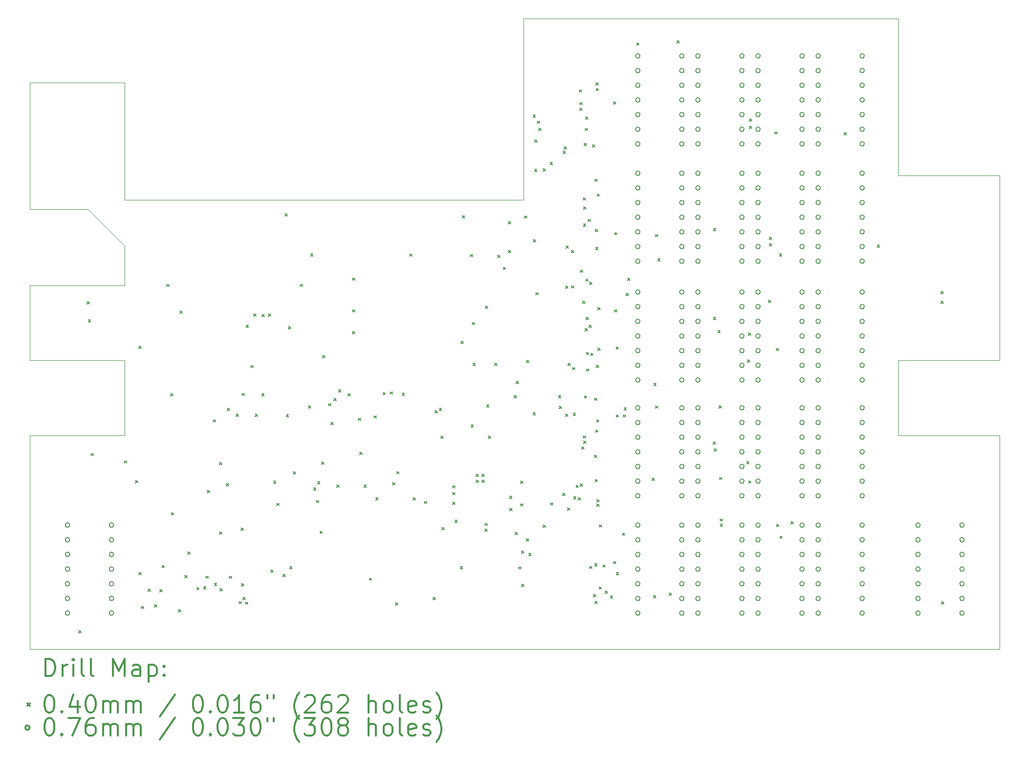
<source format=gbr>
%FSLAX45Y45*%
G04 Gerber Fmt 4.5, Leading zero omitted, Abs format (unit mm)*
G04 Created by KiCad (PCBNEW 4.0.7) date 12/30/17 23:27:05*
%MOMM*%
%LPD*%
G01*
G04 APERTURE LIST*
%ADD10C,0.127000*%
%ADD11C,0.100000*%
%ADD12C,0.200000*%
%ADD13C,0.300000*%
G04 APERTURE END LIST*
D10*
D11*
X23145750Y-6654750D02*
X21396375Y-6654750D01*
X23145750Y-6654750D02*
X23145750Y-9855250D01*
X23145750Y-9855250D02*
X21396375Y-9855250D01*
X21396375Y-9855250D02*
X21396375Y-11163250D01*
X21396375Y-11163250D02*
X23145750Y-11163250D01*
X23145750Y-14859000D02*
X23145750Y-11163250D01*
X23145750Y-14859000D02*
X6350000Y-14859000D01*
X6350000Y-14859000D02*
X6350000Y-11163250D01*
X7993875Y-11163250D02*
X6350000Y-11163250D01*
X7993875Y-11163250D02*
X7993875Y-9855250D01*
X7993875Y-9855250D02*
X6350000Y-9855250D01*
X6350000Y-8561790D02*
X6350000Y-9855250D01*
X7993875Y-8561790D02*
X6350000Y-8561790D01*
X7993875Y-8561790D02*
X7993875Y-7874000D01*
X7358875Y-7239000D02*
X7993875Y-7874000D01*
X7358875Y-7239000D02*
X6350000Y-7239000D01*
X6350000Y-7239000D02*
X6350000Y-5048250D01*
X7993875Y-5048250D02*
X6350000Y-5048250D01*
X7993875Y-7078700D02*
X7993875Y-5048250D01*
X14897875Y-7078700D02*
X7993875Y-7078700D01*
X14897875Y-3937000D02*
X14897875Y-7078700D01*
X21396375Y-3937000D02*
X14897875Y-3937000D01*
X21396375Y-3937000D02*
X21396375Y-6654750D01*
D12*
X7195308Y-14539745D02*
X7235308Y-14579745D01*
X7235308Y-14539745D02*
X7195308Y-14579745D01*
X7340000Y-8840000D02*
X7380000Y-8880000D01*
X7380000Y-8840000D02*
X7340000Y-8880000D01*
X7360000Y-9155000D02*
X7400000Y-9195000D01*
X7400000Y-9155000D02*
X7360000Y-9195000D01*
X7410000Y-11470000D02*
X7450000Y-11510000D01*
X7450000Y-11470000D02*
X7410000Y-11510000D01*
X7984806Y-11597061D02*
X8024806Y-11637061D01*
X8024806Y-11597061D02*
X7984806Y-11637061D01*
X8180000Y-11940000D02*
X8220000Y-11980000D01*
X8220000Y-11940000D02*
X8180000Y-11980000D01*
X8235000Y-9610000D02*
X8275000Y-9650000D01*
X8275000Y-9610000D02*
X8235000Y-9650000D01*
X8236686Y-13532337D02*
X8276686Y-13572337D01*
X8276686Y-13532337D02*
X8236686Y-13572337D01*
X8282023Y-14121396D02*
X8322023Y-14161396D01*
X8322023Y-14121396D02*
X8282023Y-14161396D01*
X8400000Y-13820000D02*
X8440000Y-13860000D01*
X8440000Y-13820000D02*
X8400000Y-13860000D01*
X8510000Y-14090000D02*
X8550000Y-14130000D01*
X8550000Y-14090000D02*
X8510000Y-14130000D01*
X8600000Y-13830000D02*
X8640000Y-13870000D01*
X8640000Y-13830000D02*
X8600000Y-13870000D01*
X8640000Y-13410000D02*
X8680000Y-13450000D01*
X8680000Y-13410000D02*
X8640000Y-13450000D01*
X8720753Y-8541473D02*
X8760753Y-8581473D01*
X8760753Y-8541473D02*
X8720753Y-8581473D01*
X8789107Y-10436082D02*
X8829107Y-10476082D01*
X8829107Y-10436082D02*
X8789107Y-10476082D01*
X8800000Y-12495000D02*
X8840000Y-12535000D01*
X8840000Y-12495000D02*
X8800000Y-12535000D01*
X8920000Y-14174329D02*
X8960000Y-14214329D01*
X8960000Y-14174329D02*
X8920000Y-14214329D01*
X8950000Y-9005000D02*
X8990000Y-9045000D01*
X8990000Y-9005000D02*
X8950000Y-9045000D01*
X9035182Y-13585082D02*
X9075182Y-13625082D01*
X9075182Y-13585082D02*
X9035182Y-13625082D01*
X9085000Y-13175000D02*
X9125000Y-13215000D01*
X9125000Y-13175000D02*
X9085000Y-13215000D01*
X9240000Y-13790000D02*
X9280000Y-13830000D01*
X9280000Y-13790000D02*
X9240000Y-13830000D01*
X9360000Y-13775000D02*
X9400000Y-13815000D01*
X9400000Y-13775000D02*
X9360000Y-13815000D01*
X9400000Y-13595000D02*
X9440000Y-13635000D01*
X9440000Y-13595000D02*
X9400000Y-13635000D01*
X9422771Y-12106908D02*
X9462771Y-12146908D01*
X9462771Y-12106908D02*
X9422771Y-12146908D01*
X9522954Y-10886741D02*
X9562954Y-10926741D01*
X9562954Y-10886741D02*
X9522954Y-10926741D01*
X9546249Y-13715275D02*
X9586249Y-13755275D01*
X9586249Y-13715275D02*
X9546249Y-13755275D01*
X9633604Y-12831436D02*
X9673604Y-12871436D01*
X9673604Y-12831436D02*
X9633604Y-12871436D01*
X9635646Y-11626273D02*
X9675646Y-11666273D01*
X9675646Y-11626273D02*
X9635646Y-11666273D01*
X9645084Y-13808619D02*
X9685084Y-13848619D01*
X9685084Y-13808619D02*
X9645084Y-13848619D01*
X9755000Y-11990000D02*
X9795000Y-12030000D01*
X9795000Y-11990000D02*
X9755000Y-12030000D01*
X9770000Y-10690000D02*
X9810000Y-10730000D01*
X9810000Y-10690000D02*
X9770000Y-10730000D01*
X9805000Y-13595000D02*
X9845000Y-13635000D01*
X9845000Y-13595000D02*
X9805000Y-13635000D01*
X9920000Y-10790000D02*
X9960000Y-10830000D01*
X9960000Y-10790000D02*
X9920000Y-10830000D01*
X9970000Y-14035000D02*
X10010000Y-14075000D01*
X10010000Y-14035000D02*
X9970000Y-14075000D01*
X10005281Y-12764113D02*
X10045281Y-12804113D01*
X10045281Y-12764113D02*
X10005281Y-12804113D01*
X10013552Y-13727151D02*
X10053552Y-13767151D01*
X10053552Y-13727151D02*
X10013552Y-13767151D01*
X10025000Y-10430000D02*
X10065000Y-10470000D01*
X10065000Y-10430000D02*
X10025000Y-10470000D01*
X10040000Y-13965000D02*
X10080000Y-14005000D01*
X10080000Y-13965000D02*
X10040000Y-14005000D01*
X10081579Y-14044046D02*
X10121579Y-14084046D01*
X10121579Y-14044046D02*
X10081579Y-14084046D01*
X10095000Y-9250000D02*
X10135000Y-9290000D01*
X10135000Y-9250000D02*
X10095000Y-9290000D01*
X10173236Y-9945421D02*
X10213236Y-9985421D01*
X10213236Y-9945421D02*
X10173236Y-9985421D01*
X10228997Y-9055067D02*
X10268997Y-9095067D01*
X10268997Y-9055067D02*
X10228997Y-9095067D01*
X10255000Y-10786843D02*
X10295000Y-10826843D01*
X10295000Y-10786843D02*
X10255000Y-10826843D01*
X10366365Y-10432751D02*
X10406365Y-10472751D01*
X10406365Y-10432751D02*
X10366365Y-10472751D01*
X10370000Y-9060000D02*
X10410000Y-9100000D01*
X10410000Y-9060000D02*
X10370000Y-9100000D01*
X10479208Y-9050029D02*
X10519208Y-9090029D01*
X10519208Y-9050029D02*
X10479208Y-9090029D01*
X10523216Y-13491715D02*
X10563216Y-13531715D01*
X10563216Y-13491715D02*
X10523216Y-13531715D01*
X10570000Y-11950000D02*
X10610000Y-11990000D01*
X10610000Y-11950000D02*
X10570000Y-11990000D01*
X10625000Y-12335000D02*
X10665000Y-12375000D01*
X10665000Y-12335000D02*
X10625000Y-12375000D01*
X10736318Y-13568566D02*
X10776318Y-13608566D01*
X10776318Y-13568566D02*
X10736318Y-13608566D01*
X10770000Y-7320000D02*
X10810000Y-7360000D01*
X10810000Y-7320000D02*
X10770000Y-7360000D01*
X10790000Y-10798674D02*
X10830000Y-10838674D01*
X10830000Y-10798674D02*
X10790000Y-10838674D01*
X10830175Y-9275051D02*
X10870175Y-9315051D01*
X10870175Y-9275051D02*
X10830175Y-9315051D01*
X10850000Y-13430000D02*
X10890000Y-13470000D01*
X10890000Y-13430000D02*
X10850000Y-13470000D01*
X10915000Y-11785000D02*
X10955000Y-11825000D01*
X10955000Y-11785000D02*
X10915000Y-11825000D01*
X11030000Y-8540000D02*
X11070000Y-8580000D01*
X11070000Y-8540000D02*
X11030000Y-8580000D01*
X11174544Y-10646704D02*
X11214544Y-10686704D01*
X11214544Y-10646704D02*
X11174544Y-10686704D01*
X11212232Y-8014321D02*
X11252232Y-8054321D01*
X11252232Y-8014321D02*
X11212232Y-8054321D01*
X11265000Y-12070000D02*
X11305000Y-12110000D01*
X11305000Y-12070000D02*
X11265000Y-12110000D01*
X11311213Y-12283226D02*
X11351213Y-12323226D01*
X11351213Y-12283226D02*
X11311213Y-12323226D01*
X11331772Y-11954961D02*
X11371772Y-11994961D01*
X11371772Y-11954961D02*
X11331772Y-11994961D01*
X11373250Y-12817598D02*
X11413250Y-12857598D01*
X11413250Y-12817598D02*
X11373250Y-12857598D01*
X11400789Y-11621212D02*
X11440789Y-11661212D01*
X11440789Y-11621212D02*
X11400789Y-11661212D01*
X11420000Y-9770000D02*
X11460000Y-9810000D01*
X11460000Y-9770000D02*
X11420000Y-9810000D01*
X11524522Y-10607252D02*
X11564522Y-10647252D01*
X11564522Y-10607252D02*
X11524522Y-10647252D01*
X11567068Y-10933362D02*
X11607068Y-10973362D01*
X11607068Y-10933362D02*
X11567068Y-10973362D01*
X11617860Y-10515431D02*
X11657860Y-10555431D01*
X11657860Y-10515431D02*
X11617860Y-10555431D01*
X11667469Y-12013329D02*
X11707469Y-12053329D01*
X11707469Y-12013329D02*
X11667469Y-12053329D01*
X11695000Y-10365000D02*
X11735000Y-10405000D01*
X11735000Y-10365000D02*
X11695000Y-10405000D01*
X11863571Y-10432210D02*
X11903571Y-10472210D01*
X11903571Y-10432210D02*
X11863571Y-10472210D01*
X11940000Y-8430000D02*
X11980000Y-8470000D01*
X11980000Y-8430000D02*
X11940000Y-8470000D01*
X11940000Y-8980000D02*
X11980000Y-9020000D01*
X11980000Y-8980000D02*
X11940000Y-9020000D01*
X11940000Y-9360000D02*
X11980000Y-9400000D01*
X11980000Y-9360000D02*
X11940000Y-9400000D01*
X12040901Y-10859788D02*
X12080901Y-10899788D01*
X12080901Y-10859788D02*
X12040901Y-10899788D01*
X12063895Y-11447939D02*
X12103895Y-11487939D01*
X12103895Y-11447939D02*
X12063895Y-11487939D01*
X12136671Y-12013329D02*
X12176671Y-12053329D01*
X12176671Y-12013329D02*
X12136671Y-12053329D01*
X12230000Y-13630000D02*
X12270000Y-13670000D01*
X12270000Y-13630000D02*
X12230000Y-13670000D01*
X12310000Y-10817417D02*
X12350000Y-10857417D01*
X12350000Y-10817417D02*
X12310000Y-10857417D01*
X12338232Y-12234216D02*
X12378232Y-12274216D01*
X12378232Y-12234216D02*
X12338232Y-12274216D01*
X12466671Y-10411215D02*
X12506671Y-10451215D01*
X12506671Y-10411215D02*
X12466671Y-10451215D01*
X12590361Y-10403128D02*
X12630361Y-10443128D01*
X12630361Y-10403128D02*
X12590361Y-10443128D01*
X12634265Y-11971671D02*
X12674265Y-12011671D01*
X12674265Y-11971671D02*
X12634265Y-12011671D01*
X12684204Y-14056905D02*
X12724204Y-14096905D01*
X12724204Y-14056905D02*
X12684204Y-14096905D01*
X12703121Y-11784521D02*
X12743121Y-11824521D01*
X12743121Y-11784521D02*
X12703121Y-11824521D01*
X12796992Y-10425043D02*
X12836992Y-10465043D01*
X12836992Y-10425043D02*
X12796992Y-10465043D01*
X12930000Y-8015000D02*
X12970000Y-8055000D01*
X12970000Y-8015000D02*
X12930000Y-8055000D01*
X12987530Y-12237470D02*
X13027530Y-12277470D01*
X13027530Y-12237470D02*
X12987530Y-12277470D01*
X13180000Y-12300000D02*
X13220000Y-12340000D01*
X13220000Y-12300000D02*
X13180000Y-12340000D01*
X13335000Y-13965000D02*
X13375000Y-14005000D01*
X13375000Y-13965000D02*
X13335000Y-14005000D01*
X13365000Y-10729644D02*
X13405000Y-10769644D01*
X13405000Y-10729644D02*
X13365000Y-10769644D01*
X13440000Y-10685000D02*
X13480000Y-10725000D01*
X13480000Y-10685000D02*
X13440000Y-10725000D01*
X13469301Y-11169182D02*
X13509301Y-11209182D01*
X13509301Y-11169182D02*
X13469301Y-11209182D01*
X13485000Y-12755000D02*
X13525000Y-12795000D01*
X13525000Y-12755000D02*
X13485000Y-12795000D01*
X13673587Y-12029744D02*
X13713587Y-12069744D01*
X13713587Y-12029744D02*
X13673587Y-12069744D01*
X13673587Y-12148408D02*
X13713587Y-12188408D01*
X13713587Y-12148408D02*
X13673587Y-12188408D01*
X13673587Y-12310000D02*
X13713587Y-12350000D01*
X13713587Y-12310000D02*
X13673587Y-12350000D01*
X13710789Y-12625000D02*
X13750789Y-12665000D01*
X13750789Y-12625000D02*
X13710789Y-12665000D01*
X13805000Y-13430000D02*
X13845000Y-13470000D01*
X13845000Y-13430000D02*
X13805000Y-13470000D01*
X13815050Y-9527943D02*
X13855050Y-9567943D01*
X13855050Y-9527943D02*
X13815050Y-9567943D01*
X13840000Y-7350000D02*
X13880000Y-7390000D01*
X13880000Y-7350000D02*
X13840000Y-7390000D01*
X13975000Y-8025000D02*
X14015000Y-8065000D01*
X14015000Y-8025000D02*
X13975000Y-8065000D01*
X13990000Y-10975000D02*
X14030000Y-11015000D01*
X14030000Y-10975000D02*
X13990000Y-11015000D01*
X14012899Y-9200582D02*
X14052899Y-9240582D01*
X14052899Y-9200582D02*
X14012899Y-9240582D01*
X14025000Y-9910000D02*
X14065000Y-9950000D01*
X14065000Y-9910000D02*
X14025000Y-9950000D01*
X14080000Y-11830000D02*
X14120000Y-11870000D01*
X14120000Y-11830000D02*
X14080000Y-11870000D01*
X14080000Y-11930000D02*
X14120000Y-11970000D01*
X14120000Y-11930000D02*
X14080000Y-11970000D01*
X14180000Y-11830000D02*
X14220000Y-11870000D01*
X14220000Y-11830000D02*
X14180000Y-11870000D01*
X14180000Y-11930000D02*
X14220000Y-11970000D01*
X14220000Y-11930000D02*
X14180000Y-11970000D01*
X14230000Y-12680000D02*
X14270000Y-12720000D01*
X14270000Y-12680000D02*
X14230000Y-12720000D01*
X14230000Y-12780000D02*
X14270000Y-12820000D01*
X14270000Y-12780000D02*
X14230000Y-12820000D01*
X14240000Y-8920000D02*
X14280000Y-8960000D01*
X14280000Y-8920000D02*
X14240000Y-8960000D01*
X14260537Y-10627132D02*
X14300537Y-10667132D01*
X14300537Y-10627132D02*
X14260537Y-10667132D01*
X14290000Y-11170000D02*
X14330000Y-11210000D01*
X14330000Y-11170000D02*
X14290000Y-11210000D01*
X14400000Y-9910000D02*
X14440000Y-9950000D01*
X14440000Y-9910000D02*
X14400000Y-9950000D01*
X14450000Y-8040000D02*
X14490000Y-8080000D01*
X14490000Y-8040000D02*
X14450000Y-8080000D01*
X14550000Y-8245000D02*
X14590000Y-8285000D01*
X14590000Y-8245000D02*
X14550000Y-8285000D01*
X14640000Y-7455000D02*
X14680000Y-7495000D01*
X14680000Y-7455000D02*
X14640000Y-7495000D01*
X14640000Y-7950000D02*
X14680000Y-7990000D01*
X14680000Y-7950000D02*
X14640000Y-7990000D01*
X14660035Y-12211596D02*
X14700035Y-12251596D01*
X14700035Y-12211596D02*
X14660035Y-12251596D01*
X14665000Y-12425000D02*
X14705000Y-12465000D01*
X14705000Y-12425000D02*
X14665000Y-12465000D01*
X14740000Y-10470000D02*
X14780000Y-10510000D01*
X14780000Y-10470000D02*
X14740000Y-10510000D01*
X14755000Y-12840000D02*
X14795000Y-12880000D01*
X14795000Y-12840000D02*
X14755000Y-12880000D01*
X14773901Y-10221944D02*
X14813901Y-10261944D01*
X14813901Y-10221944D02*
X14773901Y-10261944D01*
X14815000Y-13435000D02*
X14855000Y-13475000D01*
X14855000Y-13435000D02*
X14815000Y-13475000D01*
X14850388Y-11946385D02*
X14890388Y-11986385D01*
X14890388Y-11946385D02*
X14850388Y-11986385D01*
X14851734Y-12342771D02*
X14891734Y-12382771D01*
X14891734Y-12342771D02*
X14851734Y-12382771D01*
X14865000Y-13160000D02*
X14905000Y-13200000D01*
X14905000Y-13160000D02*
X14865000Y-13200000D01*
X14865000Y-13735000D02*
X14905000Y-13775000D01*
X14905000Y-13735000D02*
X14865000Y-13775000D01*
X14915000Y-7355000D02*
X14955000Y-7395000D01*
X14955000Y-7355000D02*
X14915000Y-7395000D01*
X14950000Y-9860000D02*
X14990000Y-9900000D01*
X14990000Y-9860000D02*
X14950000Y-9900000D01*
X14952339Y-12949237D02*
X14992339Y-12989237D01*
X14992339Y-12949237D02*
X14952339Y-12989237D01*
X14990000Y-13200000D02*
X15030000Y-13240000D01*
X15030000Y-13200000D02*
X14990000Y-13240000D01*
X15065000Y-5605000D02*
X15105000Y-5645000D01*
X15105000Y-5605000D02*
X15065000Y-5645000D01*
X15065000Y-10765000D02*
X15105000Y-10805000D01*
X15105000Y-10765000D02*
X15065000Y-10805000D01*
X15070000Y-7765000D02*
X15110000Y-7805000D01*
X15110000Y-7765000D02*
X15070000Y-7805000D01*
X15090000Y-6545000D02*
X15130000Y-6585000D01*
X15130000Y-6545000D02*
X15090000Y-6585000D01*
X15093860Y-6036823D02*
X15133860Y-6076823D01*
X15133860Y-6036823D02*
X15093860Y-6076823D01*
X15110000Y-8685000D02*
X15150000Y-8725000D01*
X15150000Y-8685000D02*
X15110000Y-8725000D01*
X15140330Y-5712817D02*
X15180330Y-5752817D01*
X15180330Y-5712817D02*
X15140330Y-5752817D01*
X15165000Y-5835000D02*
X15205000Y-5875000D01*
X15205000Y-5835000D02*
X15165000Y-5875000D01*
X15238272Y-6535429D02*
X15278272Y-6575429D01*
X15278272Y-6535429D02*
X15238272Y-6575429D01*
X15240000Y-12710000D02*
X15280000Y-12750000D01*
X15280000Y-12710000D02*
X15240000Y-12750000D01*
X15360922Y-6425967D02*
X15400922Y-6465967D01*
X15400922Y-6425967D02*
X15360922Y-6465967D01*
X15365000Y-12325000D02*
X15405000Y-12365000D01*
X15405000Y-12325000D02*
X15365000Y-12365000D01*
X15505000Y-10470000D02*
X15545000Y-10510000D01*
X15545000Y-10470000D02*
X15505000Y-10510000D01*
X15515425Y-10653164D02*
X15555425Y-10693164D01*
X15555425Y-10653164D02*
X15515425Y-10693164D01*
X15580000Y-12160000D02*
X15620000Y-12200000D01*
X15620000Y-12160000D02*
X15580000Y-12200000D01*
X15588097Y-6233851D02*
X15628097Y-6273851D01*
X15628097Y-6233851D02*
X15588097Y-6273851D01*
X15604511Y-6154582D02*
X15644511Y-6194582D01*
X15644511Y-6154582D02*
X15604511Y-6194582D01*
X15625555Y-8568292D02*
X15665555Y-8608292D01*
X15665555Y-8568292D02*
X15625555Y-8608292D01*
X15629057Y-10785735D02*
X15669057Y-10825735D01*
X15669057Y-10785735D02*
X15629057Y-10825735D01*
X15636647Y-7876647D02*
X15676647Y-7916647D01*
X15676647Y-7876647D02*
X15636647Y-7916647D01*
X15661037Y-12412392D02*
X15701037Y-12452392D01*
X15701037Y-12412392D02*
X15661037Y-12452392D01*
X15670000Y-9910000D02*
X15710000Y-9950000D01*
X15710000Y-9910000D02*
X15670000Y-9950000D01*
X15729849Y-8566582D02*
X15769849Y-8606582D01*
X15769849Y-8566582D02*
X15729849Y-8606582D01*
X15730000Y-7950000D02*
X15770000Y-7990000D01*
X15770000Y-7950000D02*
X15730000Y-7990000D01*
X15750000Y-9980000D02*
X15790000Y-10020000D01*
X15790000Y-9980000D02*
X15750000Y-10020000D01*
X15760000Y-10770000D02*
X15800000Y-10810000D01*
X15800000Y-10770000D02*
X15760000Y-10810000D01*
X15767488Y-12219211D02*
X15807488Y-12259211D01*
X15807488Y-12219211D02*
X15767488Y-12259211D01*
X15810241Y-12019667D02*
X15850241Y-12059667D01*
X15850241Y-12019667D02*
X15810241Y-12059667D01*
X15848634Y-12237371D02*
X15888634Y-12277371D01*
X15888634Y-12237371D02*
X15848634Y-12277371D01*
X15868361Y-5171837D02*
X15908361Y-5211837D01*
X15908361Y-5171837D02*
X15868361Y-5211837D01*
X15871757Y-5390874D02*
X15911757Y-5430874D01*
X15911757Y-5390874D02*
X15871757Y-5430874D01*
X15873435Y-5491070D02*
X15913435Y-5531070D01*
X15913435Y-5491070D02*
X15873435Y-5531070D01*
X15885000Y-8295000D02*
X15925000Y-8335000D01*
X15925000Y-8295000D02*
X15885000Y-8335000D01*
X15885356Y-11999477D02*
X15925356Y-12039477D01*
X15925356Y-11999477D02*
X15885356Y-12039477D01*
X15910878Y-11356991D02*
X15950878Y-11396991D01*
X15950878Y-11356991D02*
X15910878Y-11396991D01*
X15925000Y-8835000D02*
X15965000Y-8875000D01*
X15965000Y-8835000D02*
X15925000Y-8875000D01*
X15931647Y-7042811D02*
X15971647Y-7082811D01*
X15971647Y-7042811D02*
X15931647Y-7082811D01*
X15935000Y-11165000D02*
X15975000Y-11205000D01*
X15975000Y-11165000D02*
X15935000Y-11205000D01*
X15938563Y-7497032D02*
X15978563Y-7537032D01*
X15978563Y-7497032D02*
X15938563Y-7537032D01*
X15940000Y-7200000D02*
X15980000Y-7240000D01*
X15980000Y-7200000D02*
X15940000Y-7240000D01*
X15942648Y-11256385D02*
X15982648Y-11296385D01*
X15982648Y-11256385D02*
X15942648Y-11296385D01*
X15950000Y-6100000D02*
X15990000Y-6140000D01*
X15990000Y-6100000D02*
X15950000Y-6140000D01*
X15955000Y-10471831D02*
X15995000Y-10511831D01*
X15995000Y-10471831D02*
X15955000Y-10511831D01*
X15970000Y-5840000D02*
X16010000Y-5880000D01*
X16010000Y-5840000D02*
X15970000Y-5880000D01*
X15970000Y-9310000D02*
X16010000Y-9350000D01*
X16010000Y-9310000D02*
X15970000Y-9350000D01*
X15976668Y-5643304D02*
X16016668Y-5683304D01*
X16016668Y-5643304D02*
X15976668Y-5683304D01*
X15979280Y-8446565D02*
X16019280Y-8486565D01*
X16019280Y-8446565D02*
X15979280Y-8486565D01*
X15985000Y-9110000D02*
X16025000Y-9150000D01*
X16025000Y-9110000D02*
X15985000Y-9150000D01*
X15987773Y-9717734D02*
X16027773Y-9757734D01*
X16027773Y-9717734D02*
X15987773Y-9757734D01*
X15995000Y-10005000D02*
X16035000Y-10045000D01*
X16035000Y-10005000D02*
X15995000Y-10045000D01*
X16015000Y-7415000D02*
X16055000Y-7455000D01*
X16055000Y-7415000D02*
X16015000Y-7455000D01*
X16035000Y-9245000D02*
X16075000Y-9285000D01*
X16075000Y-9245000D02*
X16035000Y-9285000D01*
X16041707Y-8503794D02*
X16081707Y-8543794D01*
X16081707Y-8503794D02*
X16041707Y-8543794D01*
X16044906Y-13425497D02*
X16084906Y-13465497D01*
X16084906Y-13425497D02*
X16044906Y-13465497D01*
X16063827Y-9734035D02*
X16103827Y-9774035D01*
X16103827Y-9734035D02*
X16063827Y-9774035D01*
X16095000Y-6125000D02*
X16135000Y-6165000D01*
X16135000Y-6125000D02*
X16095000Y-6165000D01*
X16113581Y-13914737D02*
X16153581Y-13954737D01*
X16153581Y-13914737D02*
X16113581Y-13954737D01*
X16126000Y-10512472D02*
X16166000Y-10552472D01*
X16166000Y-10512472D02*
X16126000Y-10552472D01*
X16130000Y-11500000D02*
X16170000Y-11540000D01*
X16170000Y-11500000D02*
X16130000Y-11540000D01*
X16132969Y-13377895D02*
X16172969Y-13417895D01*
X16172969Y-13377895D02*
X16132969Y-13417895D01*
X16134708Y-6720960D02*
X16174708Y-6760960D01*
X16174708Y-6720960D02*
X16134708Y-6760960D01*
X16138402Y-14033158D02*
X16178402Y-14073158D01*
X16178402Y-14033158D02*
X16138402Y-14073158D01*
X16140000Y-11920000D02*
X16180000Y-11960000D01*
X16180000Y-11920000D02*
X16140000Y-11960000D01*
X16145000Y-7590000D02*
X16185000Y-7630000D01*
X16185000Y-7590000D02*
X16145000Y-7630000D01*
X16150000Y-7900000D02*
X16190000Y-7940000D01*
X16190000Y-7900000D02*
X16150000Y-7940000D01*
X16150000Y-11065000D02*
X16190000Y-11105000D01*
X16190000Y-11065000D02*
X16150000Y-11105000D01*
X16151364Y-5049257D02*
X16191364Y-5089257D01*
X16191364Y-5049257D02*
X16151364Y-5089257D01*
X16158685Y-5145000D02*
X16198685Y-5185000D01*
X16198685Y-5145000D02*
X16158685Y-5185000D01*
X16160000Y-9945000D02*
X16200000Y-9985000D01*
X16200000Y-9945000D02*
X16160000Y-9985000D01*
X16165000Y-10885000D02*
X16205000Y-10925000D01*
X16205000Y-10885000D02*
X16165000Y-10925000D01*
X16171190Y-12269188D02*
X16211190Y-12309188D01*
X16211190Y-12269188D02*
X16171190Y-12309188D01*
X16172903Y-12346950D02*
X16212903Y-12386950D01*
X16212903Y-12346950D02*
X16172903Y-12386950D01*
X16175000Y-6975000D02*
X16215000Y-7015000D01*
X16215000Y-6975000D02*
X16175000Y-7015000D01*
X16190000Y-8945000D02*
X16230000Y-8985000D01*
X16230000Y-8945000D02*
X16190000Y-8985000D01*
X16190000Y-9645000D02*
X16230000Y-9685000D01*
X16230000Y-9645000D02*
X16190000Y-9685000D01*
X16209421Y-13781842D02*
X16249421Y-13821842D01*
X16249421Y-13781842D02*
X16209421Y-13821842D01*
X16211876Y-12706160D02*
X16251876Y-12746160D01*
X16251876Y-12706160D02*
X16211876Y-12746160D01*
X16275000Y-13400000D02*
X16315000Y-13440000D01*
X16315000Y-13400000D02*
X16275000Y-13440000D01*
X16315912Y-13852825D02*
X16355912Y-13892825D01*
X16355912Y-13852825D02*
X16315912Y-13892825D01*
X16403961Y-13936144D02*
X16443961Y-13976144D01*
X16443961Y-13936144D02*
X16403961Y-13976144D01*
X16456058Y-13340631D02*
X16496058Y-13380631D01*
X16496058Y-13340631D02*
X16456058Y-13380631D01*
X16460000Y-5380000D02*
X16500000Y-5420000D01*
X16500000Y-5380000D02*
X16460000Y-5420000D01*
X16475000Y-8980000D02*
X16515000Y-9020000D01*
X16515000Y-8980000D02*
X16475000Y-9020000D01*
X16479724Y-7642512D02*
X16519724Y-7682512D01*
X16519724Y-7642512D02*
X16479724Y-7682512D01*
X16505000Y-9625000D02*
X16545000Y-9665000D01*
X16545000Y-9625000D02*
X16505000Y-9665000D01*
X16505000Y-13530000D02*
X16545000Y-13570000D01*
X16545000Y-13530000D02*
X16505000Y-13570000D01*
X16505717Y-10801450D02*
X16545717Y-10841450D01*
X16545717Y-10801450D02*
X16505717Y-10841450D01*
X16615000Y-12850000D02*
X16655000Y-12890000D01*
X16655000Y-12850000D02*
X16615000Y-12890000D01*
X16629698Y-10802035D02*
X16669698Y-10842035D01*
X16669698Y-10802035D02*
X16629698Y-10842035D01*
X16639448Y-10681134D02*
X16679448Y-10721134D01*
X16679448Y-10681134D02*
X16639448Y-10721134D01*
X16680000Y-8695000D02*
X16720000Y-8735000D01*
X16720000Y-8695000D02*
X16680000Y-8735000D01*
X16705000Y-8436936D02*
X16745000Y-8476936D01*
X16745000Y-8436936D02*
X16705000Y-8476936D01*
X16860000Y-4357990D02*
X16900000Y-4397990D01*
X16900000Y-4357990D02*
X16860000Y-4397990D01*
X17130000Y-11895000D02*
X17170000Y-11935000D01*
X17170000Y-11895000D02*
X17130000Y-11935000D01*
X17150000Y-13930000D02*
X17190000Y-13970000D01*
X17190000Y-13930000D02*
X17150000Y-13970000D01*
X17156869Y-10256869D02*
X17196869Y-10296869D01*
X17196869Y-10256869D02*
X17156869Y-10296869D01*
X17185000Y-10650000D02*
X17225000Y-10690000D01*
X17225000Y-10650000D02*
X17185000Y-10690000D01*
X17188194Y-7676347D02*
X17228194Y-7716347D01*
X17228194Y-7676347D02*
X17188194Y-7716347D01*
X17225000Y-8095000D02*
X17265000Y-8135000D01*
X17265000Y-8095000D02*
X17225000Y-8135000D01*
X17425000Y-13890000D02*
X17465000Y-13930000D01*
X17465000Y-13890000D02*
X17425000Y-13930000D01*
X17560000Y-4318798D02*
X17600000Y-4358798D01*
X17600000Y-4318798D02*
X17560000Y-4358798D01*
X18183415Y-11270098D02*
X18223415Y-11310098D01*
X18223415Y-11270098D02*
X18183415Y-11310098D01*
X18190000Y-7570000D02*
X18230000Y-7610000D01*
X18230000Y-7570000D02*
X18190000Y-7610000D01*
X18190000Y-9115000D02*
X18230000Y-9155000D01*
X18230000Y-9115000D02*
X18190000Y-9155000D01*
X18204801Y-11387723D02*
X18244801Y-11427723D01*
X18244801Y-11387723D02*
X18204801Y-11427723D01*
X18264762Y-9338700D02*
X18304762Y-9378700D01*
X18304762Y-9338700D02*
X18264762Y-9378700D01*
X18290000Y-10645000D02*
X18330000Y-10685000D01*
X18330000Y-10645000D02*
X18290000Y-10685000D01*
X18296501Y-11885092D02*
X18336501Y-11925092D01*
X18336501Y-11885092D02*
X18296501Y-11925092D01*
X18305000Y-12605860D02*
X18345000Y-12645860D01*
X18345000Y-12605860D02*
X18305000Y-12645860D01*
X18308456Y-12695281D02*
X18348456Y-12735281D01*
X18348456Y-12695281D02*
X18308456Y-12735281D01*
X18765789Y-11608732D02*
X18805789Y-11648732D01*
X18805789Y-11608732D02*
X18765789Y-11648732D01*
X18779800Y-9849620D02*
X18819800Y-9889620D01*
X18819800Y-9849620D02*
X18779800Y-9889620D01*
X18795983Y-9380834D02*
X18835983Y-9420834D01*
X18835983Y-9380834D02*
X18795983Y-9420834D01*
X18799080Y-11944552D02*
X18839080Y-11984552D01*
X18839080Y-11944552D02*
X18799080Y-11984552D01*
X18810000Y-5800000D02*
X18850000Y-5840000D01*
X18850000Y-5800000D02*
X18810000Y-5840000D01*
X18810091Y-5672453D02*
X18850091Y-5712453D01*
X18850091Y-5672453D02*
X18810091Y-5712453D01*
X19145000Y-8815000D02*
X19185000Y-8855000D01*
X19185000Y-8815000D02*
X19145000Y-8855000D01*
X19158337Y-7721520D02*
X19198337Y-7761520D01*
X19198337Y-7721520D02*
X19158337Y-7761520D01*
X19160000Y-7835000D02*
X19200000Y-7875000D01*
X19200000Y-7835000D02*
X19160000Y-7875000D01*
X19250150Y-5899211D02*
X19290150Y-5939211D01*
X19290150Y-5899211D02*
X19250150Y-5939211D01*
X19275000Y-9650000D02*
X19315000Y-9690000D01*
X19315000Y-9650000D02*
X19275000Y-9690000D01*
X19281263Y-12698737D02*
X19321263Y-12738737D01*
X19321263Y-12698737D02*
X19281263Y-12738737D01*
X19332559Y-8012875D02*
X19372559Y-8052875D01*
X19372559Y-8012875D02*
X19332559Y-8052875D01*
X19340000Y-12900000D02*
X19380000Y-12940000D01*
X19380000Y-12900000D02*
X19340000Y-12940000D01*
X19530000Y-12650000D02*
X19570000Y-12690000D01*
X19570000Y-12650000D02*
X19530000Y-12690000D01*
X20455000Y-5910000D02*
X20495000Y-5950000D01*
X20495000Y-5910000D02*
X20455000Y-5950000D01*
X21025000Y-7860000D02*
X21065000Y-7900000D01*
X21065000Y-7860000D02*
X21025000Y-7900000D01*
X22128048Y-8663111D02*
X22168048Y-8703111D01*
X22168048Y-8663111D02*
X22128048Y-8703111D01*
X22128048Y-8830000D02*
X22168048Y-8870000D01*
X22168048Y-8830000D02*
X22128048Y-8870000D01*
X22140000Y-14040000D02*
X22180000Y-14080000D01*
X22180000Y-14040000D02*
X22140000Y-14080000D01*
X7039000Y-12712700D02*
G75*
G03X7039000Y-12712700I-38100J0D01*
G01*
X7039000Y-12966700D02*
G75*
G03X7039000Y-12966700I-38100J0D01*
G01*
X7039000Y-13220700D02*
G75*
G03X7039000Y-13220700I-38100J0D01*
G01*
X7039000Y-13474700D02*
G75*
G03X7039000Y-13474700I-38100J0D01*
G01*
X7039000Y-13728700D02*
G75*
G03X7039000Y-13728700I-38100J0D01*
G01*
X7039000Y-13982700D02*
G75*
G03X7039000Y-13982700I-38100J0D01*
G01*
X7039000Y-14236700D02*
G75*
G03X7039000Y-14236700I-38100J0D01*
G01*
X7801000Y-12712700D02*
G75*
G03X7801000Y-12712700I-38100J0D01*
G01*
X7801000Y-12966700D02*
G75*
G03X7801000Y-12966700I-38100J0D01*
G01*
X7801000Y-13220700D02*
G75*
G03X7801000Y-13220700I-38100J0D01*
G01*
X7801000Y-13474700D02*
G75*
G03X7801000Y-13474700I-38100J0D01*
G01*
X7801000Y-13728700D02*
G75*
G03X7801000Y-13728700I-38100J0D01*
G01*
X7801000Y-13982700D02*
G75*
G03X7801000Y-13982700I-38100J0D01*
G01*
X7801000Y-14236700D02*
G75*
G03X7801000Y-14236700I-38100J0D01*
G01*
X16916800Y-4584700D02*
G75*
G03X16916800Y-4584700I-38100J0D01*
G01*
X16916800Y-4838700D02*
G75*
G03X16916800Y-4838700I-38100J0D01*
G01*
X16916800Y-5092700D02*
G75*
G03X16916800Y-5092700I-38100J0D01*
G01*
X16916800Y-5346700D02*
G75*
G03X16916800Y-5346700I-38100J0D01*
G01*
X16916800Y-5600700D02*
G75*
G03X16916800Y-5600700I-38100J0D01*
G01*
X16916800Y-5854700D02*
G75*
G03X16916800Y-5854700I-38100J0D01*
G01*
X16916800Y-6108700D02*
G75*
G03X16916800Y-6108700I-38100J0D01*
G01*
X16916800Y-6616700D02*
G75*
G03X16916800Y-6616700I-38100J0D01*
G01*
X16916800Y-6870700D02*
G75*
G03X16916800Y-6870700I-38100J0D01*
G01*
X16916800Y-7124700D02*
G75*
G03X16916800Y-7124700I-38100J0D01*
G01*
X16916800Y-7378700D02*
G75*
G03X16916800Y-7378700I-38100J0D01*
G01*
X16916800Y-7632700D02*
G75*
G03X16916800Y-7632700I-38100J0D01*
G01*
X16916800Y-7886700D02*
G75*
G03X16916800Y-7886700I-38100J0D01*
G01*
X16916800Y-8140700D02*
G75*
G03X16916800Y-8140700I-38100J0D01*
G01*
X16916800Y-8674100D02*
G75*
G03X16916800Y-8674100I-38100J0D01*
G01*
X16916800Y-8928100D02*
G75*
G03X16916800Y-8928100I-38100J0D01*
G01*
X16916800Y-9182100D02*
G75*
G03X16916800Y-9182100I-38100J0D01*
G01*
X16916800Y-9436100D02*
G75*
G03X16916800Y-9436100I-38100J0D01*
G01*
X16916800Y-9690100D02*
G75*
G03X16916800Y-9690100I-38100J0D01*
G01*
X16916800Y-9944100D02*
G75*
G03X16916800Y-9944100I-38100J0D01*
G01*
X16916800Y-10198100D02*
G75*
G03X16916800Y-10198100I-38100J0D01*
G01*
X16916800Y-10680700D02*
G75*
G03X16916800Y-10680700I-38100J0D01*
G01*
X16916800Y-10934700D02*
G75*
G03X16916800Y-10934700I-38100J0D01*
G01*
X16916800Y-11188700D02*
G75*
G03X16916800Y-11188700I-38100J0D01*
G01*
X16916800Y-11442700D02*
G75*
G03X16916800Y-11442700I-38100J0D01*
G01*
X16916800Y-11696700D02*
G75*
G03X16916800Y-11696700I-38100J0D01*
G01*
X16916800Y-11950700D02*
G75*
G03X16916800Y-11950700I-38100J0D01*
G01*
X16916800Y-12204700D02*
G75*
G03X16916800Y-12204700I-38100J0D01*
G01*
X16916800Y-12712700D02*
G75*
G03X16916800Y-12712700I-38100J0D01*
G01*
X16916800Y-12966700D02*
G75*
G03X16916800Y-12966700I-38100J0D01*
G01*
X16916800Y-13220700D02*
G75*
G03X16916800Y-13220700I-38100J0D01*
G01*
X16916800Y-13474700D02*
G75*
G03X16916800Y-13474700I-38100J0D01*
G01*
X16916800Y-13728700D02*
G75*
G03X16916800Y-13728700I-38100J0D01*
G01*
X16916800Y-13982700D02*
G75*
G03X16916800Y-13982700I-38100J0D01*
G01*
X16916800Y-14236700D02*
G75*
G03X16916800Y-14236700I-38100J0D01*
G01*
X17678800Y-4584700D02*
G75*
G03X17678800Y-4584700I-38100J0D01*
G01*
X17678800Y-4838700D02*
G75*
G03X17678800Y-4838700I-38100J0D01*
G01*
X17678800Y-5092700D02*
G75*
G03X17678800Y-5092700I-38100J0D01*
G01*
X17678800Y-5346700D02*
G75*
G03X17678800Y-5346700I-38100J0D01*
G01*
X17678800Y-5600700D02*
G75*
G03X17678800Y-5600700I-38100J0D01*
G01*
X17678800Y-5854700D02*
G75*
G03X17678800Y-5854700I-38100J0D01*
G01*
X17678800Y-6108700D02*
G75*
G03X17678800Y-6108700I-38100J0D01*
G01*
X17678800Y-6616700D02*
G75*
G03X17678800Y-6616700I-38100J0D01*
G01*
X17678800Y-6870700D02*
G75*
G03X17678800Y-6870700I-38100J0D01*
G01*
X17678800Y-7124700D02*
G75*
G03X17678800Y-7124700I-38100J0D01*
G01*
X17678800Y-7378700D02*
G75*
G03X17678800Y-7378700I-38100J0D01*
G01*
X17678800Y-7632700D02*
G75*
G03X17678800Y-7632700I-38100J0D01*
G01*
X17678800Y-7886700D02*
G75*
G03X17678800Y-7886700I-38100J0D01*
G01*
X17678800Y-8140700D02*
G75*
G03X17678800Y-8140700I-38100J0D01*
G01*
X17678800Y-8674100D02*
G75*
G03X17678800Y-8674100I-38100J0D01*
G01*
X17678800Y-8928100D02*
G75*
G03X17678800Y-8928100I-38100J0D01*
G01*
X17678800Y-9182100D02*
G75*
G03X17678800Y-9182100I-38100J0D01*
G01*
X17678800Y-9436100D02*
G75*
G03X17678800Y-9436100I-38100J0D01*
G01*
X17678800Y-9690100D02*
G75*
G03X17678800Y-9690100I-38100J0D01*
G01*
X17678800Y-9944100D02*
G75*
G03X17678800Y-9944100I-38100J0D01*
G01*
X17678800Y-10198100D02*
G75*
G03X17678800Y-10198100I-38100J0D01*
G01*
X17678800Y-10680700D02*
G75*
G03X17678800Y-10680700I-38100J0D01*
G01*
X17678800Y-10934700D02*
G75*
G03X17678800Y-10934700I-38100J0D01*
G01*
X17678800Y-11188700D02*
G75*
G03X17678800Y-11188700I-38100J0D01*
G01*
X17678800Y-11442700D02*
G75*
G03X17678800Y-11442700I-38100J0D01*
G01*
X17678800Y-11696700D02*
G75*
G03X17678800Y-11696700I-38100J0D01*
G01*
X17678800Y-11950700D02*
G75*
G03X17678800Y-11950700I-38100J0D01*
G01*
X17678800Y-12204700D02*
G75*
G03X17678800Y-12204700I-38100J0D01*
G01*
X17678800Y-12712700D02*
G75*
G03X17678800Y-12712700I-38100J0D01*
G01*
X17678800Y-12966700D02*
G75*
G03X17678800Y-12966700I-38100J0D01*
G01*
X17678800Y-13220700D02*
G75*
G03X17678800Y-13220700I-38100J0D01*
G01*
X17678800Y-13474700D02*
G75*
G03X17678800Y-13474700I-38100J0D01*
G01*
X17678800Y-13728700D02*
G75*
G03X17678800Y-13728700I-38100J0D01*
G01*
X17678800Y-13982700D02*
G75*
G03X17678800Y-13982700I-38100J0D01*
G01*
X17678800Y-14236700D02*
G75*
G03X17678800Y-14236700I-38100J0D01*
G01*
X17958200Y-4584700D02*
G75*
G03X17958200Y-4584700I-38100J0D01*
G01*
X17958200Y-4838700D02*
G75*
G03X17958200Y-4838700I-38100J0D01*
G01*
X17958200Y-5092700D02*
G75*
G03X17958200Y-5092700I-38100J0D01*
G01*
X17958200Y-5346700D02*
G75*
G03X17958200Y-5346700I-38100J0D01*
G01*
X17958200Y-5600700D02*
G75*
G03X17958200Y-5600700I-38100J0D01*
G01*
X17958200Y-5854700D02*
G75*
G03X17958200Y-5854700I-38100J0D01*
G01*
X17958200Y-6108700D02*
G75*
G03X17958200Y-6108700I-38100J0D01*
G01*
X17958200Y-6616700D02*
G75*
G03X17958200Y-6616700I-38100J0D01*
G01*
X17958200Y-6870700D02*
G75*
G03X17958200Y-6870700I-38100J0D01*
G01*
X17958200Y-7124700D02*
G75*
G03X17958200Y-7124700I-38100J0D01*
G01*
X17958200Y-7378700D02*
G75*
G03X17958200Y-7378700I-38100J0D01*
G01*
X17958200Y-7632700D02*
G75*
G03X17958200Y-7632700I-38100J0D01*
G01*
X17958200Y-7886700D02*
G75*
G03X17958200Y-7886700I-38100J0D01*
G01*
X17958200Y-8140700D02*
G75*
G03X17958200Y-8140700I-38100J0D01*
G01*
X17958200Y-8674100D02*
G75*
G03X17958200Y-8674100I-38100J0D01*
G01*
X17958200Y-8928100D02*
G75*
G03X17958200Y-8928100I-38100J0D01*
G01*
X17958200Y-9182100D02*
G75*
G03X17958200Y-9182100I-38100J0D01*
G01*
X17958200Y-9436100D02*
G75*
G03X17958200Y-9436100I-38100J0D01*
G01*
X17958200Y-9690100D02*
G75*
G03X17958200Y-9690100I-38100J0D01*
G01*
X17958200Y-9944100D02*
G75*
G03X17958200Y-9944100I-38100J0D01*
G01*
X17958200Y-10198100D02*
G75*
G03X17958200Y-10198100I-38100J0D01*
G01*
X17958200Y-10680700D02*
G75*
G03X17958200Y-10680700I-38100J0D01*
G01*
X17958200Y-10934700D02*
G75*
G03X17958200Y-10934700I-38100J0D01*
G01*
X17958200Y-11188700D02*
G75*
G03X17958200Y-11188700I-38100J0D01*
G01*
X17958200Y-11442700D02*
G75*
G03X17958200Y-11442700I-38100J0D01*
G01*
X17958200Y-11696700D02*
G75*
G03X17958200Y-11696700I-38100J0D01*
G01*
X17958200Y-11950700D02*
G75*
G03X17958200Y-11950700I-38100J0D01*
G01*
X17958200Y-12204700D02*
G75*
G03X17958200Y-12204700I-38100J0D01*
G01*
X17958200Y-12712700D02*
G75*
G03X17958200Y-12712700I-38100J0D01*
G01*
X17958200Y-12966700D02*
G75*
G03X17958200Y-12966700I-38100J0D01*
G01*
X17958200Y-13220700D02*
G75*
G03X17958200Y-13220700I-38100J0D01*
G01*
X17958200Y-13474700D02*
G75*
G03X17958200Y-13474700I-38100J0D01*
G01*
X17958200Y-13728700D02*
G75*
G03X17958200Y-13728700I-38100J0D01*
G01*
X17958200Y-13982700D02*
G75*
G03X17958200Y-13982700I-38100J0D01*
G01*
X17958200Y-14236700D02*
G75*
G03X17958200Y-14236700I-38100J0D01*
G01*
X18720200Y-4584700D02*
G75*
G03X18720200Y-4584700I-38100J0D01*
G01*
X18720200Y-4838700D02*
G75*
G03X18720200Y-4838700I-38100J0D01*
G01*
X18720200Y-5092700D02*
G75*
G03X18720200Y-5092700I-38100J0D01*
G01*
X18720200Y-5346700D02*
G75*
G03X18720200Y-5346700I-38100J0D01*
G01*
X18720200Y-5600700D02*
G75*
G03X18720200Y-5600700I-38100J0D01*
G01*
X18720200Y-5854700D02*
G75*
G03X18720200Y-5854700I-38100J0D01*
G01*
X18720200Y-6108700D02*
G75*
G03X18720200Y-6108700I-38100J0D01*
G01*
X18720200Y-6616700D02*
G75*
G03X18720200Y-6616700I-38100J0D01*
G01*
X18720200Y-6870700D02*
G75*
G03X18720200Y-6870700I-38100J0D01*
G01*
X18720200Y-7124700D02*
G75*
G03X18720200Y-7124700I-38100J0D01*
G01*
X18720200Y-7378700D02*
G75*
G03X18720200Y-7378700I-38100J0D01*
G01*
X18720200Y-7632700D02*
G75*
G03X18720200Y-7632700I-38100J0D01*
G01*
X18720200Y-7886700D02*
G75*
G03X18720200Y-7886700I-38100J0D01*
G01*
X18720200Y-8140700D02*
G75*
G03X18720200Y-8140700I-38100J0D01*
G01*
X18720200Y-8674100D02*
G75*
G03X18720200Y-8674100I-38100J0D01*
G01*
X18720200Y-8928100D02*
G75*
G03X18720200Y-8928100I-38100J0D01*
G01*
X18720200Y-9182100D02*
G75*
G03X18720200Y-9182100I-38100J0D01*
G01*
X18720200Y-9436100D02*
G75*
G03X18720200Y-9436100I-38100J0D01*
G01*
X18720200Y-9690100D02*
G75*
G03X18720200Y-9690100I-38100J0D01*
G01*
X18720200Y-9944100D02*
G75*
G03X18720200Y-9944100I-38100J0D01*
G01*
X18720200Y-10198100D02*
G75*
G03X18720200Y-10198100I-38100J0D01*
G01*
X18720200Y-10680700D02*
G75*
G03X18720200Y-10680700I-38100J0D01*
G01*
X18720200Y-10934700D02*
G75*
G03X18720200Y-10934700I-38100J0D01*
G01*
X18720200Y-11188700D02*
G75*
G03X18720200Y-11188700I-38100J0D01*
G01*
X18720200Y-11442700D02*
G75*
G03X18720200Y-11442700I-38100J0D01*
G01*
X18720200Y-11696700D02*
G75*
G03X18720200Y-11696700I-38100J0D01*
G01*
X18720200Y-11950700D02*
G75*
G03X18720200Y-11950700I-38100J0D01*
G01*
X18720200Y-12204700D02*
G75*
G03X18720200Y-12204700I-38100J0D01*
G01*
X18720200Y-12712700D02*
G75*
G03X18720200Y-12712700I-38100J0D01*
G01*
X18720200Y-12966700D02*
G75*
G03X18720200Y-12966700I-38100J0D01*
G01*
X18720200Y-13220700D02*
G75*
G03X18720200Y-13220700I-38100J0D01*
G01*
X18720200Y-13474700D02*
G75*
G03X18720200Y-13474700I-38100J0D01*
G01*
X18720200Y-13728700D02*
G75*
G03X18720200Y-13728700I-38100J0D01*
G01*
X18720200Y-13982700D02*
G75*
G03X18720200Y-13982700I-38100J0D01*
G01*
X18720200Y-14236700D02*
G75*
G03X18720200Y-14236700I-38100J0D01*
G01*
X18999600Y-4584700D02*
G75*
G03X18999600Y-4584700I-38100J0D01*
G01*
X18999600Y-4838700D02*
G75*
G03X18999600Y-4838700I-38100J0D01*
G01*
X18999600Y-5092700D02*
G75*
G03X18999600Y-5092700I-38100J0D01*
G01*
X18999600Y-5346700D02*
G75*
G03X18999600Y-5346700I-38100J0D01*
G01*
X18999600Y-5600700D02*
G75*
G03X18999600Y-5600700I-38100J0D01*
G01*
X18999600Y-5854700D02*
G75*
G03X18999600Y-5854700I-38100J0D01*
G01*
X18999600Y-6108700D02*
G75*
G03X18999600Y-6108700I-38100J0D01*
G01*
X18999600Y-6616700D02*
G75*
G03X18999600Y-6616700I-38100J0D01*
G01*
X18999600Y-6870700D02*
G75*
G03X18999600Y-6870700I-38100J0D01*
G01*
X18999600Y-7124700D02*
G75*
G03X18999600Y-7124700I-38100J0D01*
G01*
X18999600Y-7378700D02*
G75*
G03X18999600Y-7378700I-38100J0D01*
G01*
X18999600Y-7632700D02*
G75*
G03X18999600Y-7632700I-38100J0D01*
G01*
X18999600Y-7886700D02*
G75*
G03X18999600Y-7886700I-38100J0D01*
G01*
X18999600Y-8140700D02*
G75*
G03X18999600Y-8140700I-38100J0D01*
G01*
X18999600Y-8674100D02*
G75*
G03X18999600Y-8674100I-38100J0D01*
G01*
X18999600Y-8928100D02*
G75*
G03X18999600Y-8928100I-38100J0D01*
G01*
X18999600Y-9182100D02*
G75*
G03X18999600Y-9182100I-38100J0D01*
G01*
X18999600Y-9436100D02*
G75*
G03X18999600Y-9436100I-38100J0D01*
G01*
X18999600Y-9690100D02*
G75*
G03X18999600Y-9690100I-38100J0D01*
G01*
X18999600Y-9944100D02*
G75*
G03X18999600Y-9944100I-38100J0D01*
G01*
X18999600Y-10198100D02*
G75*
G03X18999600Y-10198100I-38100J0D01*
G01*
X18999600Y-10680700D02*
G75*
G03X18999600Y-10680700I-38100J0D01*
G01*
X18999600Y-10934700D02*
G75*
G03X18999600Y-10934700I-38100J0D01*
G01*
X18999600Y-11188700D02*
G75*
G03X18999600Y-11188700I-38100J0D01*
G01*
X18999600Y-11442700D02*
G75*
G03X18999600Y-11442700I-38100J0D01*
G01*
X18999600Y-11696700D02*
G75*
G03X18999600Y-11696700I-38100J0D01*
G01*
X18999600Y-11950700D02*
G75*
G03X18999600Y-11950700I-38100J0D01*
G01*
X18999600Y-12204700D02*
G75*
G03X18999600Y-12204700I-38100J0D01*
G01*
X18999600Y-12712700D02*
G75*
G03X18999600Y-12712700I-38100J0D01*
G01*
X18999600Y-12966700D02*
G75*
G03X18999600Y-12966700I-38100J0D01*
G01*
X18999600Y-13220700D02*
G75*
G03X18999600Y-13220700I-38100J0D01*
G01*
X18999600Y-13474700D02*
G75*
G03X18999600Y-13474700I-38100J0D01*
G01*
X18999600Y-13728700D02*
G75*
G03X18999600Y-13728700I-38100J0D01*
G01*
X18999600Y-13982700D02*
G75*
G03X18999600Y-13982700I-38100J0D01*
G01*
X18999600Y-14236700D02*
G75*
G03X18999600Y-14236700I-38100J0D01*
G01*
X19761600Y-4584700D02*
G75*
G03X19761600Y-4584700I-38100J0D01*
G01*
X19761600Y-4838700D02*
G75*
G03X19761600Y-4838700I-38100J0D01*
G01*
X19761600Y-5092700D02*
G75*
G03X19761600Y-5092700I-38100J0D01*
G01*
X19761600Y-5346700D02*
G75*
G03X19761600Y-5346700I-38100J0D01*
G01*
X19761600Y-5600700D02*
G75*
G03X19761600Y-5600700I-38100J0D01*
G01*
X19761600Y-5854700D02*
G75*
G03X19761600Y-5854700I-38100J0D01*
G01*
X19761600Y-6108700D02*
G75*
G03X19761600Y-6108700I-38100J0D01*
G01*
X19761600Y-6616700D02*
G75*
G03X19761600Y-6616700I-38100J0D01*
G01*
X19761600Y-6870700D02*
G75*
G03X19761600Y-6870700I-38100J0D01*
G01*
X19761600Y-7124700D02*
G75*
G03X19761600Y-7124700I-38100J0D01*
G01*
X19761600Y-7378700D02*
G75*
G03X19761600Y-7378700I-38100J0D01*
G01*
X19761600Y-7632700D02*
G75*
G03X19761600Y-7632700I-38100J0D01*
G01*
X19761600Y-7886700D02*
G75*
G03X19761600Y-7886700I-38100J0D01*
G01*
X19761600Y-8140700D02*
G75*
G03X19761600Y-8140700I-38100J0D01*
G01*
X19761600Y-8674100D02*
G75*
G03X19761600Y-8674100I-38100J0D01*
G01*
X19761600Y-8928100D02*
G75*
G03X19761600Y-8928100I-38100J0D01*
G01*
X19761600Y-9182100D02*
G75*
G03X19761600Y-9182100I-38100J0D01*
G01*
X19761600Y-9436100D02*
G75*
G03X19761600Y-9436100I-38100J0D01*
G01*
X19761600Y-9690100D02*
G75*
G03X19761600Y-9690100I-38100J0D01*
G01*
X19761600Y-9944100D02*
G75*
G03X19761600Y-9944100I-38100J0D01*
G01*
X19761600Y-10198100D02*
G75*
G03X19761600Y-10198100I-38100J0D01*
G01*
X19761600Y-10680700D02*
G75*
G03X19761600Y-10680700I-38100J0D01*
G01*
X19761600Y-10934700D02*
G75*
G03X19761600Y-10934700I-38100J0D01*
G01*
X19761600Y-11188700D02*
G75*
G03X19761600Y-11188700I-38100J0D01*
G01*
X19761600Y-11442700D02*
G75*
G03X19761600Y-11442700I-38100J0D01*
G01*
X19761600Y-11696700D02*
G75*
G03X19761600Y-11696700I-38100J0D01*
G01*
X19761600Y-11950700D02*
G75*
G03X19761600Y-11950700I-38100J0D01*
G01*
X19761600Y-12204700D02*
G75*
G03X19761600Y-12204700I-38100J0D01*
G01*
X19761600Y-12712700D02*
G75*
G03X19761600Y-12712700I-38100J0D01*
G01*
X19761600Y-12966700D02*
G75*
G03X19761600Y-12966700I-38100J0D01*
G01*
X19761600Y-13220700D02*
G75*
G03X19761600Y-13220700I-38100J0D01*
G01*
X19761600Y-13474700D02*
G75*
G03X19761600Y-13474700I-38100J0D01*
G01*
X19761600Y-13728700D02*
G75*
G03X19761600Y-13728700I-38100J0D01*
G01*
X19761600Y-13982700D02*
G75*
G03X19761600Y-13982700I-38100J0D01*
G01*
X19761600Y-14236700D02*
G75*
G03X19761600Y-14236700I-38100J0D01*
G01*
X20041000Y-4584700D02*
G75*
G03X20041000Y-4584700I-38100J0D01*
G01*
X20041000Y-4838700D02*
G75*
G03X20041000Y-4838700I-38100J0D01*
G01*
X20041000Y-5092700D02*
G75*
G03X20041000Y-5092700I-38100J0D01*
G01*
X20041000Y-5346700D02*
G75*
G03X20041000Y-5346700I-38100J0D01*
G01*
X20041000Y-5600700D02*
G75*
G03X20041000Y-5600700I-38100J0D01*
G01*
X20041000Y-5854700D02*
G75*
G03X20041000Y-5854700I-38100J0D01*
G01*
X20041000Y-6108700D02*
G75*
G03X20041000Y-6108700I-38100J0D01*
G01*
X20041000Y-6616700D02*
G75*
G03X20041000Y-6616700I-38100J0D01*
G01*
X20041000Y-6870700D02*
G75*
G03X20041000Y-6870700I-38100J0D01*
G01*
X20041000Y-7124700D02*
G75*
G03X20041000Y-7124700I-38100J0D01*
G01*
X20041000Y-7378700D02*
G75*
G03X20041000Y-7378700I-38100J0D01*
G01*
X20041000Y-7632700D02*
G75*
G03X20041000Y-7632700I-38100J0D01*
G01*
X20041000Y-7886700D02*
G75*
G03X20041000Y-7886700I-38100J0D01*
G01*
X20041000Y-8140700D02*
G75*
G03X20041000Y-8140700I-38100J0D01*
G01*
X20041000Y-8674100D02*
G75*
G03X20041000Y-8674100I-38100J0D01*
G01*
X20041000Y-8928100D02*
G75*
G03X20041000Y-8928100I-38100J0D01*
G01*
X20041000Y-9182100D02*
G75*
G03X20041000Y-9182100I-38100J0D01*
G01*
X20041000Y-9436100D02*
G75*
G03X20041000Y-9436100I-38100J0D01*
G01*
X20041000Y-9690100D02*
G75*
G03X20041000Y-9690100I-38100J0D01*
G01*
X20041000Y-9944100D02*
G75*
G03X20041000Y-9944100I-38100J0D01*
G01*
X20041000Y-10198100D02*
G75*
G03X20041000Y-10198100I-38100J0D01*
G01*
X20041000Y-10680700D02*
G75*
G03X20041000Y-10680700I-38100J0D01*
G01*
X20041000Y-10934700D02*
G75*
G03X20041000Y-10934700I-38100J0D01*
G01*
X20041000Y-11188700D02*
G75*
G03X20041000Y-11188700I-38100J0D01*
G01*
X20041000Y-11442700D02*
G75*
G03X20041000Y-11442700I-38100J0D01*
G01*
X20041000Y-11696700D02*
G75*
G03X20041000Y-11696700I-38100J0D01*
G01*
X20041000Y-11950700D02*
G75*
G03X20041000Y-11950700I-38100J0D01*
G01*
X20041000Y-12204700D02*
G75*
G03X20041000Y-12204700I-38100J0D01*
G01*
X20041000Y-12712700D02*
G75*
G03X20041000Y-12712700I-38100J0D01*
G01*
X20041000Y-12966700D02*
G75*
G03X20041000Y-12966700I-38100J0D01*
G01*
X20041000Y-13220700D02*
G75*
G03X20041000Y-13220700I-38100J0D01*
G01*
X20041000Y-13474700D02*
G75*
G03X20041000Y-13474700I-38100J0D01*
G01*
X20041000Y-13728700D02*
G75*
G03X20041000Y-13728700I-38100J0D01*
G01*
X20041000Y-13982700D02*
G75*
G03X20041000Y-13982700I-38100J0D01*
G01*
X20041000Y-14236700D02*
G75*
G03X20041000Y-14236700I-38100J0D01*
G01*
X20803000Y-4584700D02*
G75*
G03X20803000Y-4584700I-38100J0D01*
G01*
X20803000Y-4838700D02*
G75*
G03X20803000Y-4838700I-38100J0D01*
G01*
X20803000Y-5092700D02*
G75*
G03X20803000Y-5092700I-38100J0D01*
G01*
X20803000Y-5346700D02*
G75*
G03X20803000Y-5346700I-38100J0D01*
G01*
X20803000Y-5600700D02*
G75*
G03X20803000Y-5600700I-38100J0D01*
G01*
X20803000Y-5854700D02*
G75*
G03X20803000Y-5854700I-38100J0D01*
G01*
X20803000Y-6108700D02*
G75*
G03X20803000Y-6108700I-38100J0D01*
G01*
X20803000Y-6616700D02*
G75*
G03X20803000Y-6616700I-38100J0D01*
G01*
X20803000Y-6870700D02*
G75*
G03X20803000Y-6870700I-38100J0D01*
G01*
X20803000Y-7124700D02*
G75*
G03X20803000Y-7124700I-38100J0D01*
G01*
X20803000Y-7378700D02*
G75*
G03X20803000Y-7378700I-38100J0D01*
G01*
X20803000Y-7632700D02*
G75*
G03X20803000Y-7632700I-38100J0D01*
G01*
X20803000Y-7886700D02*
G75*
G03X20803000Y-7886700I-38100J0D01*
G01*
X20803000Y-8140700D02*
G75*
G03X20803000Y-8140700I-38100J0D01*
G01*
X20803000Y-8674100D02*
G75*
G03X20803000Y-8674100I-38100J0D01*
G01*
X20803000Y-8928100D02*
G75*
G03X20803000Y-8928100I-38100J0D01*
G01*
X20803000Y-9182100D02*
G75*
G03X20803000Y-9182100I-38100J0D01*
G01*
X20803000Y-9436100D02*
G75*
G03X20803000Y-9436100I-38100J0D01*
G01*
X20803000Y-9690100D02*
G75*
G03X20803000Y-9690100I-38100J0D01*
G01*
X20803000Y-9944100D02*
G75*
G03X20803000Y-9944100I-38100J0D01*
G01*
X20803000Y-10198100D02*
G75*
G03X20803000Y-10198100I-38100J0D01*
G01*
X20803000Y-10680700D02*
G75*
G03X20803000Y-10680700I-38100J0D01*
G01*
X20803000Y-10934700D02*
G75*
G03X20803000Y-10934700I-38100J0D01*
G01*
X20803000Y-11188700D02*
G75*
G03X20803000Y-11188700I-38100J0D01*
G01*
X20803000Y-11442700D02*
G75*
G03X20803000Y-11442700I-38100J0D01*
G01*
X20803000Y-11696700D02*
G75*
G03X20803000Y-11696700I-38100J0D01*
G01*
X20803000Y-11950700D02*
G75*
G03X20803000Y-11950700I-38100J0D01*
G01*
X20803000Y-12204700D02*
G75*
G03X20803000Y-12204700I-38100J0D01*
G01*
X20803000Y-12712700D02*
G75*
G03X20803000Y-12712700I-38100J0D01*
G01*
X20803000Y-12966700D02*
G75*
G03X20803000Y-12966700I-38100J0D01*
G01*
X20803000Y-13220700D02*
G75*
G03X20803000Y-13220700I-38100J0D01*
G01*
X20803000Y-13474700D02*
G75*
G03X20803000Y-13474700I-38100J0D01*
G01*
X20803000Y-13728700D02*
G75*
G03X20803000Y-13728700I-38100J0D01*
G01*
X20803000Y-13982700D02*
G75*
G03X20803000Y-13982700I-38100J0D01*
G01*
X20803000Y-14236700D02*
G75*
G03X20803000Y-14236700I-38100J0D01*
G01*
X21771000Y-12712700D02*
G75*
G03X21771000Y-12712700I-38100J0D01*
G01*
X21771000Y-12966700D02*
G75*
G03X21771000Y-12966700I-38100J0D01*
G01*
X21771000Y-13220700D02*
G75*
G03X21771000Y-13220700I-38100J0D01*
G01*
X21771000Y-13474700D02*
G75*
G03X21771000Y-13474700I-38100J0D01*
G01*
X21771000Y-13728700D02*
G75*
G03X21771000Y-13728700I-38100J0D01*
G01*
X21771000Y-13982700D02*
G75*
G03X21771000Y-13982700I-38100J0D01*
G01*
X21771000Y-14236700D02*
G75*
G03X21771000Y-14236700I-38100J0D01*
G01*
X22533000Y-12712700D02*
G75*
G03X22533000Y-12712700I-38100J0D01*
G01*
X22533000Y-12966700D02*
G75*
G03X22533000Y-12966700I-38100J0D01*
G01*
X22533000Y-13220700D02*
G75*
G03X22533000Y-13220700I-38100J0D01*
G01*
X22533000Y-13474700D02*
G75*
G03X22533000Y-13474700I-38100J0D01*
G01*
X22533000Y-13728700D02*
G75*
G03X22533000Y-13728700I-38100J0D01*
G01*
X22533000Y-13982700D02*
G75*
G03X22533000Y-13982700I-38100J0D01*
G01*
X22533000Y-14236700D02*
G75*
G03X22533000Y-14236700I-38100J0D01*
G01*
D13*
X6616428Y-15329714D02*
X6616428Y-15029714D01*
X6687857Y-15029714D01*
X6730714Y-15044000D01*
X6759286Y-15072571D01*
X6773571Y-15101143D01*
X6787857Y-15158286D01*
X6787857Y-15201143D01*
X6773571Y-15258286D01*
X6759286Y-15286857D01*
X6730714Y-15315429D01*
X6687857Y-15329714D01*
X6616428Y-15329714D01*
X6916428Y-15329714D02*
X6916428Y-15129714D01*
X6916428Y-15186857D02*
X6930714Y-15158286D01*
X6945000Y-15144000D01*
X6973571Y-15129714D01*
X7002143Y-15129714D01*
X7102143Y-15329714D02*
X7102143Y-15129714D01*
X7102143Y-15029714D02*
X7087857Y-15044000D01*
X7102143Y-15058286D01*
X7116428Y-15044000D01*
X7102143Y-15029714D01*
X7102143Y-15058286D01*
X7287857Y-15329714D02*
X7259286Y-15315429D01*
X7245000Y-15286857D01*
X7245000Y-15029714D01*
X7445000Y-15329714D02*
X7416428Y-15315429D01*
X7402143Y-15286857D01*
X7402143Y-15029714D01*
X7787857Y-15329714D02*
X7787857Y-15029714D01*
X7887857Y-15244000D01*
X7987857Y-15029714D01*
X7987857Y-15329714D01*
X8259286Y-15329714D02*
X8259286Y-15172571D01*
X8245000Y-15144000D01*
X8216428Y-15129714D01*
X8159286Y-15129714D01*
X8130714Y-15144000D01*
X8259286Y-15315429D02*
X8230714Y-15329714D01*
X8159286Y-15329714D01*
X8130714Y-15315429D01*
X8116428Y-15286857D01*
X8116428Y-15258286D01*
X8130714Y-15229714D01*
X8159286Y-15215429D01*
X8230714Y-15215429D01*
X8259286Y-15201143D01*
X8402143Y-15129714D02*
X8402143Y-15429714D01*
X8402143Y-15144000D02*
X8430714Y-15129714D01*
X8487857Y-15129714D01*
X8516429Y-15144000D01*
X8530714Y-15158286D01*
X8545000Y-15186857D01*
X8545000Y-15272571D01*
X8530714Y-15301143D01*
X8516429Y-15315429D01*
X8487857Y-15329714D01*
X8430714Y-15329714D01*
X8402143Y-15315429D01*
X8673571Y-15301143D02*
X8687857Y-15315429D01*
X8673571Y-15329714D01*
X8659286Y-15315429D01*
X8673571Y-15301143D01*
X8673571Y-15329714D01*
X8673571Y-15144000D02*
X8687857Y-15158286D01*
X8673571Y-15172571D01*
X8659286Y-15158286D01*
X8673571Y-15144000D01*
X8673571Y-15172571D01*
X6305000Y-15804000D02*
X6345000Y-15844000D01*
X6345000Y-15804000D02*
X6305000Y-15844000D01*
X6673571Y-15659714D02*
X6702143Y-15659714D01*
X6730714Y-15674000D01*
X6745000Y-15688286D01*
X6759286Y-15716857D01*
X6773571Y-15774000D01*
X6773571Y-15845429D01*
X6759286Y-15902571D01*
X6745000Y-15931143D01*
X6730714Y-15945429D01*
X6702143Y-15959714D01*
X6673571Y-15959714D01*
X6645000Y-15945429D01*
X6630714Y-15931143D01*
X6616428Y-15902571D01*
X6602143Y-15845429D01*
X6602143Y-15774000D01*
X6616428Y-15716857D01*
X6630714Y-15688286D01*
X6645000Y-15674000D01*
X6673571Y-15659714D01*
X6902143Y-15931143D02*
X6916428Y-15945429D01*
X6902143Y-15959714D01*
X6887857Y-15945429D01*
X6902143Y-15931143D01*
X6902143Y-15959714D01*
X7173571Y-15759714D02*
X7173571Y-15959714D01*
X7102143Y-15645429D02*
X7030714Y-15859714D01*
X7216428Y-15859714D01*
X7387857Y-15659714D02*
X7416428Y-15659714D01*
X7445000Y-15674000D01*
X7459286Y-15688286D01*
X7473571Y-15716857D01*
X7487857Y-15774000D01*
X7487857Y-15845429D01*
X7473571Y-15902571D01*
X7459286Y-15931143D01*
X7445000Y-15945429D01*
X7416428Y-15959714D01*
X7387857Y-15959714D01*
X7359286Y-15945429D01*
X7345000Y-15931143D01*
X7330714Y-15902571D01*
X7316428Y-15845429D01*
X7316428Y-15774000D01*
X7330714Y-15716857D01*
X7345000Y-15688286D01*
X7359286Y-15674000D01*
X7387857Y-15659714D01*
X7616428Y-15959714D02*
X7616428Y-15759714D01*
X7616428Y-15788286D02*
X7630714Y-15774000D01*
X7659286Y-15759714D01*
X7702143Y-15759714D01*
X7730714Y-15774000D01*
X7745000Y-15802571D01*
X7745000Y-15959714D01*
X7745000Y-15802571D02*
X7759286Y-15774000D01*
X7787857Y-15759714D01*
X7830714Y-15759714D01*
X7859286Y-15774000D01*
X7873571Y-15802571D01*
X7873571Y-15959714D01*
X8016428Y-15959714D02*
X8016428Y-15759714D01*
X8016428Y-15788286D02*
X8030714Y-15774000D01*
X8059286Y-15759714D01*
X8102143Y-15759714D01*
X8130714Y-15774000D01*
X8145000Y-15802571D01*
X8145000Y-15959714D01*
X8145000Y-15802571D02*
X8159286Y-15774000D01*
X8187857Y-15759714D01*
X8230714Y-15759714D01*
X8259286Y-15774000D01*
X8273571Y-15802571D01*
X8273571Y-15959714D01*
X8859286Y-15645429D02*
X8602143Y-16031143D01*
X9245000Y-15659714D02*
X9273571Y-15659714D01*
X9302143Y-15674000D01*
X9316428Y-15688286D01*
X9330714Y-15716857D01*
X9345000Y-15774000D01*
X9345000Y-15845429D01*
X9330714Y-15902571D01*
X9316428Y-15931143D01*
X9302143Y-15945429D01*
X9273571Y-15959714D01*
X9245000Y-15959714D01*
X9216428Y-15945429D01*
X9202143Y-15931143D01*
X9187857Y-15902571D01*
X9173571Y-15845429D01*
X9173571Y-15774000D01*
X9187857Y-15716857D01*
X9202143Y-15688286D01*
X9216428Y-15674000D01*
X9245000Y-15659714D01*
X9473571Y-15931143D02*
X9487857Y-15945429D01*
X9473571Y-15959714D01*
X9459286Y-15945429D01*
X9473571Y-15931143D01*
X9473571Y-15959714D01*
X9673571Y-15659714D02*
X9702143Y-15659714D01*
X9730714Y-15674000D01*
X9745000Y-15688286D01*
X9759286Y-15716857D01*
X9773571Y-15774000D01*
X9773571Y-15845429D01*
X9759286Y-15902571D01*
X9745000Y-15931143D01*
X9730714Y-15945429D01*
X9702143Y-15959714D01*
X9673571Y-15959714D01*
X9645000Y-15945429D01*
X9630714Y-15931143D01*
X9616428Y-15902571D01*
X9602143Y-15845429D01*
X9602143Y-15774000D01*
X9616428Y-15716857D01*
X9630714Y-15688286D01*
X9645000Y-15674000D01*
X9673571Y-15659714D01*
X10059286Y-15959714D02*
X9887857Y-15959714D01*
X9973571Y-15959714D02*
X9973571Y-15659714D01*
X9945000Y-15702571D01*
X9916428Y-15731143D01*
X9887857Y-15745429D01*
X10316428Y-15659714D02*
X10259286Y-15659714D01*
X10230714Y-15674000D01*
X10216428Y-15688286D01*
X10187857Y-15731143D01*
X10173571Y-15788286D01*
X10173571Y-15902571D01*
X10187857Y-15931143D01*
X10202143Y-15945429D01*
X10230714Y-15959714D01*
X10287857Y-15959714D01*
X10316428Y-15945429D01*
X10330714Y-15931143D01*
X10345000Y-15902571D01*
X10345000Y-15831143D01*
X10330714Y-15802571D01*
X10316428Y-15788286D01*
X10287857Y-15774000D01*
X10230714Y-15774000D01*
X10202143Y-15788286D01*
X10187857Y-15802571D01*
X10173571Y-15831143D01*
X10459286Y-15659714D02*
X10459286Y-15716857D01*
X10573571Y-15659714D02*
X10573571Y-15716857D01*
X11016428Y-16074000D02*
X11002143Y-16059714D01*
X10973571Y-16016857D01*
X10959286Y-15988286D01*
X10945000Y-15945429D01*
X10930714Y-15874000D01*
X10930714Y-15816857D01*
X10945000Y-15745429D01*
X10959286Y-15702571D01*
X10973571Y-15674000D01*
X11002143Y-15631143D01*
X11016428Y-15616857D01*
X11116428Y-15688286D02*
X11130714Y-15674000D01*
X11159286Y-15659714D01*
X11230714Y-15659714D01*
X11259285Y-15674000D01*
X11273571Y-15688286D01*
X11287857Y-15716857D01*
X11287857Y-15745429D01*
X11273571Y-15788286D01*
X11102143Y-15959714D01*
X11287857Y-15959714D01*
X11545000Y-15659714D02*
X11487857Y-15659714D01*
X11459285Y-15674000D01*
X11445000Y-15688286D01*
X11416428Y-15731143D01*
X11402143Y-15788286D01*
X11402143Y-15902571D01*
X11416428Y-15931143D01*
X11430714Y-15945429D01*
X11459285Y-15959714D01*
X11516428Y-15959714D01*
X11545000Y-15945429D01*
X11559285Y-15931143D01*
X11573571Y-15902571D01*
X11573571Y-15831143D01*
X11559285Y-15802571D01*
X11545000Y-15788286D01*
X11516428Y-15774000D01*
X11459285Y-15774000D01*
X11430714Y-15788286D01*
X11416428Y-15802571D01*
X11402143Y-15831143D01*
X11687857Y-15688286D02*
X11702143Y-15674000D01*
X11730714Y-15659714D01*
X11802143Y-15659714D01*
X11830714Y-15674000D01*
X11845000Y-15688286D01*
X11859285Y-15716857D01*
X11859285Y-15745429D01*
X11845000Y-15788286D01*
X11673571Y-15959714D01*
X11859285Y-15959714D01*
X12216428Y-15959714D02*
X12216428Y-15659714D01*
X12345000Y-15959714D02*
X12345000Y-15802571D01*
X12330714Y-15774000D01*
X12302143Y-15759714D01*
X12259285Y-15759714D01*
X12230714Y-15774000D01*
X12216428Y-15788286D01*
X12530714Y-15959714D02*
X12502143Y-15945429D01*
X12487857Y-15931143D01*
X12473571Y-15902571D01*
X12473571Y-15816857D01*
X12487857Y-15788286D01*
X12502143Y-15774000D01*
X12530714Y-15759714D01*
X12573571Y-15759714D01*
X12602143Y-15774000D01*
X12616428Y-15788286D01*
X12630714Y-15816857D01*
X12630714Y-15902571D01*
X12616428Y-15931143D01*
X12602143Y-15945429D01*
X12573571Y-15959714D01*
X12530714Y-15959714D01*
X12802143Y-15959714D02*
X12773571Y-15945429D01*
X12759286Y-15916857D01*
X12759286Y-15659714D01*
X13030714Y-15945429D02*
X13002143Y-15959714D01*
X12945000Y-15959714D01*
X12916428Y-15945429D01*
X12902143Y-15916857D01*
X12902143Y-15802571D01*
X12916428Y-15774000D01*
X12945000Y-15759714D01*
X13002143Y-15759714D01*
X13030714Y-15774000D01*
X13045000Y-15802571D01*
X13045000Y-15831143D01*
X12902143Y-15859714D01*
X13159286Y-15945429D02*
X13187857Y-15959714D01*
X13245000Y-15959714D01*
X13273571Y-15945429D01*
X13287857Y-15916857D01*
X13287857Y-15902571D01*
X13273571Y-15874000D01*
X13245000Y-15859714D01*
X13202143Y-15859714D01*
X13173571Y-15845429D01*
X13159286Y-15816857D01*
X13159286Y-15802571D01*
X13173571Y-15774000D01*
X13202143Y-15759714D01*
X13245000Y-15759714D01*
X13273571Y-15774000D01*
X13387857Y-16074000D02*
X13402143Y-16059714D01*
X13430714Y-16016857D01*
X13445000Y-15988286D01*
X13459286Y-15945429D01*
X13473571Y-15874000D01*
X13473571Y-15816857D01*
X13459286Y-15745429D01*
X13445000Y-15702571D01*
X13430714Y-15674000D01*
X13402143Y-15631143D01*
X13387857Y-15616857D01*
X6345000Y-16220000D02*
G75*
G03X6345000Y-16220000I-38100J0D01*
G01*
X6673571Y-16055714D02*
X6702143Y-16055714D01*
X6730714Y-16070000D01*
X6745000Y-16084286D01*
X6759286Y-16112857D01*
X6773571Y-16170000D01*
X6773571Y-16241429D01*
X6759286Y-16298571D01*
X6745000Y-16327143D01*
X6730714Y-16341429D01*
X6702143Y-16355714D01*
X6673571Y-16355714D01*
X6645000Y-16341429D01*
X6630714Y-16327143D01*
X6616428Y-16298571D01*
X6602143Y-16241429D01*
X6602143Y-16170000D01*
X6616428Y-16112857D01*
X6630714Y-16084286D01*
X6645000Y-16070000D01*
X6673571Y-16055714D01*
X6902143Y-16327143D02*
X6916428Y-16341429D01*
X6902143Y-16355714D01*
X6887857Y-16341429D01*
X6902143Y-16327143D01*
X6902143Y-16355714D01*
X7016428Y-16055714D02*
X7216428Y-16055714D01*
X7087857Y-16355714D01*
X7459286Y-16055714D02*
X7402143Y-16055714D01*
X7373571Y-16070000D01*
X7359286Y-16084286D01*
X7330714Y-16127143D01*
X7316428Y-16184286D01*
X7316428Y-16298571D01*
X7330714Y-16327143D01*
X7345000Y-16341429D01*
X7373571Y-16355714D01*
X7430714Y-16355714D01*
X7459286Y-16341429D01*
X7473571Y-16327143D01*
X7487857Y-16298571D01*
X7487857Y-16227143D01*
X7473571Y-16198571D01*
X7459286Y-16184286D01*
X7430714Y-16170000D01*
X7373571Y-16170000D01*
X7345000Y-16184286D01*
X7330714Y-16198571D01*
X7316428Y-16227143D01*
X7616428Y-16355714D02*
X7616428Y-16155714D01*
X7616428Y-16184286D02*
X7630714Y-16170000D01*
X7659286Y-16155714D01*
X7702143Y-16155714D01*
X7730714Y-16170000D01*
X7745000Y-16198571D01*
X7745000Y-16355714D01*
X7745000Y-16198571D02*
X7759286Y-16170000D01*
X7787857Y-16155714D01*
X7830714Y-16155714D01*
X7859286Y-16170000D01*
X7873571Y-16198571D01*
X7873571Y-16355714D01*
X8016428Y-16355714D02*
X8016428Y-16155714D01*
X8016428Y-16184286D02*
X8030714Y-16170000D01*
X8059286Y-16155714D01*
X8102143Y-16155714D01*
X8130714Y-16170000D01*
X8145000Y-16198571D01*
X8145000Y-16355714D01*
X8145000Y-16198571D02*
X8159286Y-16170000D01*
X8187857Y-16155714D01*
X8230714Y-16155714D01*
X8259286Y-16170000D01*
X8273571Y-16198571D01*
X8273571Y-16355714D01*
X8859286Y-16041429D02*
X8602143Y-16427143D01*
X9245000Y-16055714D02*
X9273571Y-16055714D01*
X9302143Y-16070000D01*
X9316428Y-16084286D01*
X9330714Y-16112857D01*
X9345000Y-16170000D01*
X9345000Y-16241429D01*
X9330714Y-16298571D01*
X9316428Y-16327143D01*
X9302143Y-16341429D01*
X9273571Y-16355714D01*
X9245000Y-16355714D01*
X9216428Y-16341429D01*
X9202143Y-16327143D01*
X9187857Y-16298571D01*
X9173571Y-16241429D01*
X9173571Y-16170000D01*
X9187857Y-16112857D01*
X9202143Y-16084286D01*
X9216428Y-16070000D01*
X9245000Y-16055714D01*
X9473571Y-16327143D02*
X9487857Y-16341429D01*
X9473571Y-16355714D01*
X9459286Y-16341429D01*
X9473571Y-16327143D01*
X9473571Y-16355714D01*
X9673571Y-16055714D02*
X9702143Y-16055714D01*
X9730714Y-16070000D01*
X9745000Y-16084286D01*
X9759286Y-16112857D01*
X9773571Y-16170000D01*
X9773571Y-16241429D01*
X9759286Y-16298571D01*
X9745000Y-16327143D01*
X9730714Y-16341429D01*
X9702143Y-16355714D01*
X9673571Y-16355714D01*
X9645000Y-16341429D01*
X9630714Y-16327143D01*
X9616428Y-16298571D01*
X9602143Y-16241429D01*
X9602143Y-16170000D01*
X9616428Y-16112857D01*
X9630714Y-16084286D01*
X9645000Y-16070000D01*
X9673571Y-16055714D01*
X9873571Y-16055714D02*
X10059286Y-16055714D01*
X9959286Y-16170000D01*
X10002143Y-16170000D01*
X10030714Y-16184286D01*
X10045000Y-16198571D01*
X10059286Y-16227143D01*
X10059286Y-16298571D01*
X10045000Y-16327143D01*
X10030714Y-16341429D01*
X10002143Y-16355714D01*
X9916428Y-16355714D01*
X9887857Y-16341429D01*
X9873571Y-16327143D01*
X10245000Y-16055714D02*
X10273571Y-16055714D01*
X10302143Y-16070000D01*
X10316428Y-16084286D01*
X10330714Y-16112857D01*
X10345000Y-16170000D01*
X10345000Y-16241429D01*
X10330714Y-16298571D01*
X10316428Y-16327143D01*
X10302143Y-16341429D01*
X10273571Y-16355714D01*
X10245000Y-16355714D01*
X10216428Y-16341429D01*
X10202143Y-16327143D01*
X10187857Y-16298571D01*
X10173571Y-16241429D01*
X10173571Y-16170000D01*
X10187857Y-16112857D01*
X10202143Y-16084286D01*
X10216428Y-16070000D01*
X10245000Y-16055714D01*
X10459286Y-16055714D02*
X10459286Y-16112857D01*
X10573571Y-16055714D02*
X10573571Y-16112857D01*
X11016428Y-16470000D02*
X11002143Y-16455714D01*
X10973571Y-16412857D01*
X10959286Y-16384286D01*
X10945000Y-16341429D01*
X10930714Y-16270000D01*
X10930714Y-16212857D01*
X10945000Y-16141429D01*
X10959286Y-16098571D01*
X10973571Y-16070000D01*
X11002143Y-16027143D01*
X11016428Y-16012857D01*
X11102143Y-16055714D02*
X11287857Y-16055714D01*
X11187857Y-16170000D01*
X11230714Y-16170000D01*
X11259285Y-16184286D01*
X11273571Y-16198571D01*
X11287857Y-16227143D01*
X11287857Y-16298571D01*
X11273571Y-16327143D01*
X11259285Y-16341429D01*
X11230714Y-16355714D01*
X11145000Y-16355714D01*
X11116428Y-16341429D01*
X11102143Y-16327143D01*
X11473571Y-16055714D02*
X11502143Y-16055714D01*
X11530714Y-16070000D01*
X11545000Y-16084286D01*
X11559285Y-16112857D01*
X11573571Y-16170000D01*
X11573571Y-16241429D01*
X11559285Y-16298571D01*
X11545000Y-16327143D01*
X11530714Y-16341429D01*
X11502143Y-16355714D01*
X11473571Y-16355714D01*
X11445000Y-16341429D01*
X11430714Y-16327143D01*
X11416428Y-16298571D01*
X11402143Y-16241429D01*
X11402143Y-16170000D01*
X11416428Y-16112857D01*
X11430714Y-16084286D01*
X11445000Y-16070000D01*
X11473571Y-16055714D01*
X11745000Y-16184286D02*
X11716428Y-16170000D01*
X11702143Y-16155714D01*
X11687857Y-16127143D01*
X11687857Y-16112857D01*
X11702143Y-16084286D01*
X11716428Y-16070000D01*
X11745000Y-16055714D01*
X11802143Y-16055714D01*
X11830714Y-16070000D01*
X11845000Y-16084286D01*
X11859285Y-16112857D01*
X11859285Y-16127143D01*
X11845000Y-16155714D01*
X11830714Y-16170000D01*
X11802143Y-16184286D01*
X11745000Y-16184286D01*
X11716428Y-16198571D01*
X11702143Y-16212857D01*
X11687857Y-16241429D01*
X11687857Y-16298571D01*
X11702143Y-16327143D01*
X11716428Y-16341429D01*
X11745000Y-16355714D01*
X11802143Y-16355714D01*
X11830714Y-16341429D01*
X11845000Y-16327143D01*
X11859285Y-16298571D01*
X11859285Y-16241429D01*
X11845000Y-16212857D01*
X11830714Y-16198571D01*
X11802143Y-16184286D01*
X12216428Y-16355714D02*
X12216428Y-16055714D01*
X12345000Y-16355714D02*
X12345000Y-16198571D01*
X12330714Y-16170000D01*
X12302143Y-16155714D01*
X12259285Y-16155714D01*
X12230714Y-16170000D01*
X12216428Y-16184286D01*
X12530714Y-16355714D02*
X12502143Y-16341429D01*
X12487857Y-16327143D01*
X12473571Y-16298571D01*
X12473571Y-16212857D01*
X12487857Y-16184286D01*
X12502143Y-16170000D01*
X12530714Y-16155714D01*
X12573571Y-16155714D01*
X12602143Y-16170000D01*
X12616428Y-16184286D01*
X12630714Y-16212857D01*
X12630714Y-16298571D01*
X12616428Y-16327143D01*
X12602143Y-16341429D01*
X12573571Y-16355714D01*
X12530714Y-16355714D01*
X12802143Y-16355714D02*
X12773571Y-16341429D01*
X12759286Y-16312857D01*
X12759286Y-16055714D01*
X13030714Y-16341429D02*
X13002143Y-16355714D01*
X12945000Y-16355714D01*
X12916428Y-16341429D01*
X12902143Y-16312857D01*
X12902143Y-16198571D01*
X12916428Y-16170000D01*
X12945000Y-16155714D01*
X13002143Y-16155714D01*
X13030714Y-16170000D01*
X13045000Y-16198571D01*
X13045000Y-16227143D01*
X12902143Y-16255714D01*
X13159286Y-16341429D02*
X13187857Y-16355714D01*
X13245000Y-16355714D01*
X13273571Y-16341429D01*
X13287857Y-16312857D01*
X13287857Y-16298571D01*
X13273571Y-16270000D01*
X13245000Y-16255714D01*
X13202143Y-16255714D01*
X13173571Y-16241429D01*
X13159286Y-16212857D01*
X13159286Y-16198571D01*
X13173571Y-16170000D01*
X13202143Y-16155714D01*
X13245000Y-16155714D01*
X13273571Y-16170000D01*
X13387857Y-16470000D02*
X13402143Y-16455714D01*
X13430714Y-16412857D01*
X13445000Y-16384286D01*
X13459286Y-16341429D01*
X13473571Y-16270000D01*
X13473571Y-16212857D01*
X13459286Y-16141429D01*
X13445000Y-16098571D01*
X13430714Y-16070000D01*
X13402143Y-16027143D01*
X13387857Y-16012857D01*
M02*

</source>
